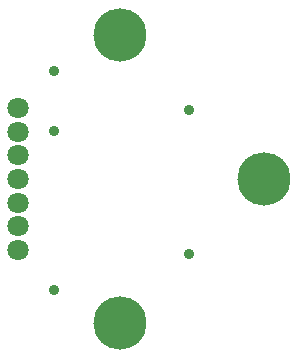
<source format=gbs>
G04 Layer_Color=16711935*
%FSAX24Y24*%
%MOIN*%
G70*
G01*
G75*
%ADD24C,0.0710*%
%ADD25C,0.1773*%
%ADD26C,0.0360*%
D24*
X051600Y020790D02*
D03*
Y020000D02*
D03*
Y019210D02*
D03*
Y018423D02*
D03*
Y017635D02*
D03*
Y021572D02*
D03*
Y022360D02*
D03*
D25*
X055000Y015200D02*
D03*
X059800Y020000D02*
D03*
X055000Y024800D02*
D03*
D26*
X052800Y023600D02*
D03*
X057300Y022300D02*
D03*
Y017500D02*
D03*
X052800Y016300D02*
D03*
Y021600D02*
D03*
M02*

</source>
